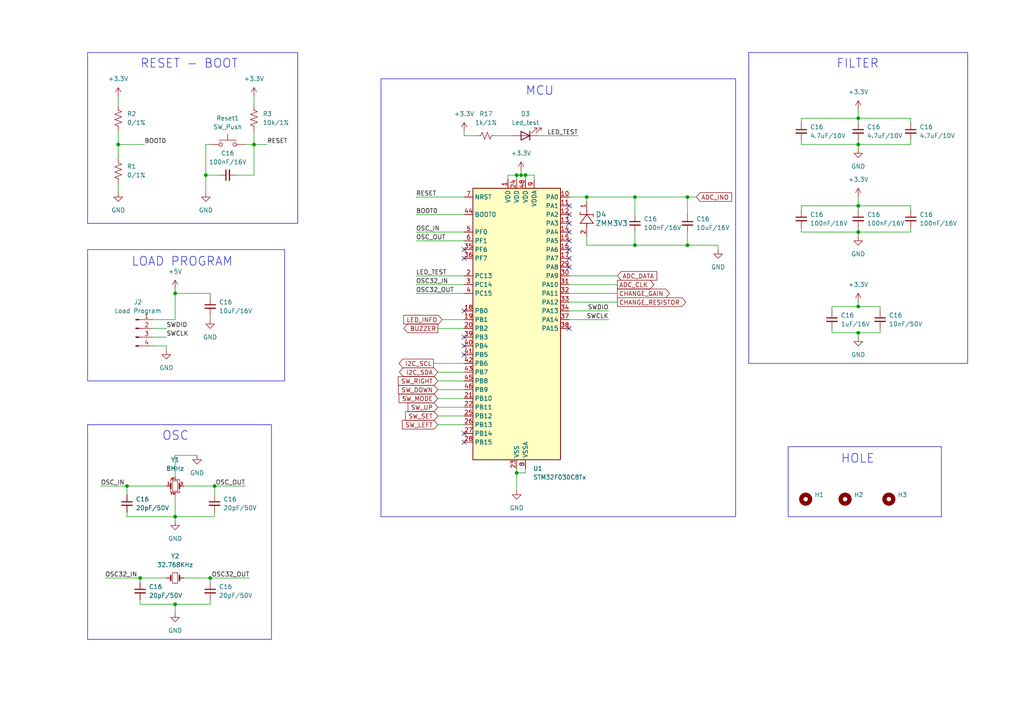
<source format=kicad_sch>
(kicad_sch (version 20230121) (generator eeschema)
  (paper "A4")
  (title_block (title "MCU") (date "2023-12-10"))
  (lib_symbols
    (symbol "Connector:Conn_01x04_Pin" (pin_names (offset 1.016) hide)
      (property "Reference" "J" (at 0 5.08 0))
      (property "Value" "Conn_01x04_Pin" (at 0 -7.62 0))
      (symbol "Conn_01x04_Pin_1_1"
        (polyline (pts (xy 1.27 -5.08) (xy 0.8636 -5.08)) (stroke (width 0.1524)))
        (polyline (pts (xy 1.27 -2.54) (xy 0.8636 -2.54)) (stroke (width 0.1524)))
        (polyline (pts (xy 1.27 0) (xy 0.8636 0)) (stroke (width 0.1524)))
        (polyline (pts (xy 1.27 2.54) (xy 0.8636 2.54)) (stroke (width 0.1524)))
        (rectangle (start 0.8636 -4.953) (end 0 -5.207) (stroke (width 0.1524)) (fill (type outline)))
        (rectangle (start 0.8636 -2.413) (end 0 -2.667) (stroke (width 0.1524)) (fill (type outline)))
        (rectangle (start 0.8636 0.127) (end 0 -0.127) (stroke (width 0.1524)) (fill (type outline)))
        (rectangle (start 0.8636 2.667) (end 0 2.413) (stroke (width 0.1524)) (fill (type outline)))
        (pin passive line (at 5.08 2.54 180) (length 3.81) (name "Pin_1") (number "1"))
        (pin passive line (at 5.08 0 180) (length 3.81) (name "Pin_2") (number "2"))
        (pin passive line (at 5.08 -2.54 180) (length 3.81) (name "Pin_3") (number "3"))
        (pin passive line (at 5.08 -5.08 180) (length 3.81) (name "Pin_4") (number "4"))
      )
    )
    (symbol "Device:C_Small" (pin_numbers hide) (pin_names (offset 0.254) hide)
      (property "Reference" "C" (at 0.254 1.778 0))
      (property "Value" "C_Small" (at 0.254 -2.032 0))
      (symbol "C_Small_0_1"
        (polyline (pts (xy -1.524 -0.508) (xy 1.524 -0.508)) (stroke (width 0.3302)))
        (polyline (pts (xy -1.524 0.508) (xy 1.524 0.508)) (stroke (width 0.3048)))
      )
      (symbol "C_Small_1_1"
        (pin passive line (at 0 2.54 270) (length 2.032) (name "~") (number "1"))
        (pin passive line (at 0 -2.54 90) (length 2.032) (name "~") (number "2"))
      )
    )
    (symbol "Device:Crystal_GND24_Small" (pin_names (offset 1.016) hide)
      (property "Reference" "Y" (at 1.27 4.445 0))
      (property "Value" "Crystal_GND24_Small" (at 1.27 2.54 0))
      (symbol "Crystal_GND24_Small_0_1"
        (rectangle (start -0.762 -1.524) (end 0.762 1.524))
        (polyline (pts (xy -1.27 -0.762) (xy -1.27 0.762)) (stroke (width 0.381)))
        (polyline (pts (xy 1.27 -0.762) (xy 1.27 0.762)) (stroke (width 0.381)))
        (polyline (pts (xy -1.27 -1.27) (xy -1.27 -1.905) (xy 1.27 -1.905) (xy 1.27 -1.27)))
        (polyline (pts (xy -1.27 1.27) (xy -1.27 1.905) (xy 1.27 1.905) (xy 1.27 1.27)))
      )
      (symbol "Crystal_GND24_Small_1_1"
        (pin passive line (at -2.54 0 0) (length 1.27) (name "1") (number "1"))
        (pin passive line (at 0 -2.54 90) (length 0.635) (name "2") (number "2"))
        (pin passive line (at 2.54 0 180) (length 1.27) (name "3") (number "3"))
        (pin passive line (at 0 2.54 270) (length 0.635) (name "4") (number "4"))
      )
    )
    (symbol "Device:Crystal_Small" (pin_numbers hide) (pin_names (offset 1.016) hide)
      (property "Reference" "Y" (at 0 2.54 0))
      (property "Value" "Crystal_Small" (at 0 -2.54 0))
      (symbol "Crystal_Small_0_1"
        (rectangle (start -0.762 -1.524) (end 0.762 1.524))
        (polyline (pts (xy -1.27 -0.762) (xy -1.27 0.762)) (stroke (width 0.381)))
        (polyline (pts (xy 1.27 -0.762) (xy 1.27 0.762)) (stroke (width 0.381)))
      )
      (symbol "Crystal_Small_1_1"
        (pin passive line (at -2.54 0 0) (length 1.27) (name "1") (number "1"))
        (pin passive line (at 2.54 0 180) (length 1.27) (name "2") (number "2"))
      )
    )
    (symbol "Device:LED" (pin_numbers hide) (pin_names (offset 1.016) hide)
      (property "Reference" "D" (at 0 2.54 0))
      (property "Value" "LED" (at 0 -2.54 0))
      (symbol "LED_0_1"
        (polyline (pts (xy -1.27 -1.27) (xy -1.27 1.27)) (stroke (width 0.254)))
        (polyline (pts (xy -1.27 0) (xy 1.27 0)))
        (polyline (pts (xy 1.27 -1.27) (xy 1.27 1.27) (xy -1.27 0) (xy 1.27 -1.27)) (stroke (width 0.254)))
        (polyline (pts (xy -3.048 -0.762) (xy -4.572 -2.286) (xy -3.81 -2.286) (xy -4.572 -2.286) (xy -4.572 -1.524)))
        (polyline (pts (xy -1.778 -0.762) (xy -3.302 -2.286) (xy -2.54 -2.286) (xy -3.302 -2.286) (xy -3.302 -1.524)))
      )
      (symbol "LED_1_1"
        (pin passive line (at -3.81 0 0) (length 2.54) (name "K") (number "1"))
        (pin passive line (at 3.81 0 180) (length 2.54) (name "A") (number "2"))
      )
    )
    (symbol "Device:R_Small_US" (pin_numbers hide) (pin_names (offset 0.254) hide)
      (property "Reference" "R" (at 0.762 0.508 0))
      (property "Value" "R_Small_US" (at 0.762 -1.016 0))
      (symbol "R_Small_US_1_1"
        (polyline (pts (xy 0 0) (xy 1.016 -0.381) (xy 0 -0.762) (xy -1.016 -1.143) (xy 0 -1.524)))
        (polyline (pts (xy 0 1.524) (xy 1.016 1.143) (xy 0 0.762) (xy -1.016 0.381) (xy 0 0)))
        (pin passive line (at 0 2.54 270) (length 1.016) (name "~") (number "1"))
        (pin passive line (at 0 -2.54 90) (length 1.016) (name "~") (number "2"))
      )
    )
    (symbol "Device:R_US" (pin_numbers hide) (pin_names (offset 0))
      (property "Reference" "R" (at 2.54 0 90))
      (property "Value" "R_US" (at -2.54 0 90))
      (symbol "R_US_0_1"
        (polyline (pts (xy 0 -2.286) (xy 0 -2.54)))
        (polyline (pts (xy 0 2.286) (xy 0 2.54)))
        (polyline (pts (xy 0 -0.762) (xy 1.016 -1.143) (xy 0 -1.524) (xy -1.016 -1.905) (xy 0 -2.286)))
        (polyline (pts (xy 0 0.762) (xy 1.016 0.381) (xy 0 0) (xy -1.016 -0.381) (xy 0 -0.762)))
        (polyline (pts (xy 0 2.286) (xy 1.016 1.905) (xy 0 1.524) (xy -1.016 1.143) (xy 0 0.762)))
      )
      (symbol "R_US_1_1"
        (pin passive line (at 0 3.81 270) (length 1.27) (name "~") (number "1"))
        (pin passive line (at 0 -3.81 90) (length 1.27) (name "~") (number "2"))
      )
    )
    (symbol "MCU_ST_STM32F0:STM32F030C8Tx"
      (property "Reference" "U" (at -12.7 41.91 0))
      (property "Value" "STM32F030C8Tx" (at 7.62 41.91 0))
      (symbol "STM32F030C8Tx_0_1"
        (rectangle (start -12.7 -38.1) (end 12.7 40.64) (stroke (width 0.254)) (fill (type background)))
      )
      (symbol "STM32F030C8Tx_1_1"
        (pin power_in line (at -2.54 43.18 270) (length 2.54) (name "VDD") (number "1"))
        (pin bidirectional line (at 15.24 38.1 180) (length 2.54) (name "PA0") (number "10"))
        (pin bidirectional line (at 15.24 35.56 180) (length 2.54) (name "PA1") (number "11"))
        (pin bidirectional line (at 15.24 33.02 180) (length 2.54) (name "PA2") (number "12"))
        (pin bidirectional line (at 15.24 30.48 180) (length 2.54) (name "PA3") (number "13"))
        (pin bidirectional line (at 15.24 27.94 180) (length 2.54) (name "PA4") (number "14"))
        (pin bidirectional line (at 15.24 25.4 180) (length 2.54) (name "PA5") (number "15"))
        (pin bidirectional line (at 15.24 22.86 180) (length 2.54) (name "PA6") (number "16"))
        (pin bidirectional line (at 15.24 20.32 180) (length 2.54) (name "PA7") (number "17"))
        (pin bidirectional line (at -15.24 5.08 0) (length 2.54) (name "PB0") (number "18"))
        (pin bidirectional line (at -15.24 2.54 0) (length 2.54) (name "PB1") (number "19"))
        (pin bidirectional line (at -15.24 15.24 0) (length 2.54) (name "PC13") (number "2"))
        (pin bidirectional line (at -15.24 0 0) (length 2.54) (name "PB2") (number "20"))
        (pin bidirectional line (at -15.24 -20.32 0) (length 2.54) (name "PB10") (number "21"))
        (pin bidirectional line (at -15.24 -22.86 0) (length 2.54) (name "PB11") (number "22"))
        (pin power_in line (at 0 -40.64 90) (length 2.54) (name "VSS") (number "23"))
        (pin power_in line (at 0 43.18 270) (length 2.54) (name "VDD") (number "24"))
        (pin bidirectional line (at -15.24 -25.4 0) (length 2.54) (name "PB12") (number "25"))
        (pin bidirectional line (at -15.24 -27.94 0) (length 2.54) (name "PB13") (number "26"))
        (pin bidirectional line (at -15.24 -30.48 0) (length 2.54) (name "PB14") (number "27"))
        (pin bidirectional line (at -15.24 -33.02 0) (length 2.54) (name "PB15") (number "28"))
        (pin bidirectional line (at 15.24 17.78 180) (length 2.54) (name "PA8") (number "29"))
        (pin bidirectional line (at -15.24 12.7 0) (length 2.54) (name "PC14") (number "3"))
        (pin bidirectional line (at 15.24 15.24 180) (length 2.54) (name "PA9") (number "30"))
        (pin bidirectional line (at 15.24 12.7 180) (length 2.54) (name "PA10") (number "31"))
        (pin bidirectional line (at 15.24 10.16 180) (length 2.54) (name "PA11") (number "32"))
        (pin bidirectional line (at 15.24 7.62 180) (length 2.54) (name "PA12") (number "33"))
        (pin bidirectional line (at 15.24 5.08 180) (length 2.54) (name "PA13") (number "34"))
        (pin bidirectional line (at -15.24 22.86 0) (length 2.54) (name "PF6") (number "35"))
        (pin bidirectional line (at -15.24 20.32 0) (length 2.54) (name "PF7") (number "36"))
        (pin bidirectional line (at 15.24 2.54 180) (length 2.54) (name "PA14") (number "37"))
        (pin bidirectional line (at 15.24 0 180) (length 2.54) (name "PA15") (number "38"))
        (pin bidirectional line (at -15.24 -2.54 0) (length 2.54) (name "PB3") (number "39"))
        (pin bidirectional line (at -15.24 10.16 0) (length 2.54) (name "PC15") (number "4"))
        (pin bidirectional line (at -15.24 -5.08 0) (length 2.54) (name "PB4") (number "40"))
        (pin bidirectional line (at -15.24 -7.62 0) (length 2.54) (name "PB5") (number "41"))
        (pin bidirectional line (at -15.24 -10.16 0) (length 2.54) (name "PB6") (number "42"))
        (pin bidirectional line (at -15.24 -12.7 0) (length 2.54) (name "PB7") (number "43"))
        (pin input line (at -15.24 33.02 0) (length 2.54) (name "BOOT0") (number "44"))
        (pin bidirectional line (at -15.24 -15.24 0) (length 2.54) (name "PB8") (number "45"))
        (pin bidirectional line (at -15.24 -17.78 0) (length 2.54) (name "PB9") (number "46"))
        (pin passive line (at 0 -40.64 90) (length 2.54) hide (name "VSS") (number "47"))
        (pin power_in line (at 2.54 43.18 270) (length 2.54) (name "VDD") (number "48"))
        (pin bidirectional line (at -15.24 27.94 0) (length 2.54) (name "PF0") (number "5"))
        (pin bidirectional line (at -15.24 25.4 0) (length 2.54) (name "PF1") (number "6"))
        (pin input line (at -15.24 38.1 0) (length 2.54) (name "NRST") (number "7"))
        (pin power_in line (at 2.54 -40.64 90) (length 2.54) (name "VSSA") (number "8"))
        (pin power_in line (at 5.08 43.18 270) (length 2.54) (name "VDDA") (number "9"))
      )
    )
    (symbol "Mechanical:MountingHole" (pin_names (offset 1.016))
      (property "Reference" "H" (at 0 5.08 0))
      (property "Value" "MountingHole" (at 0 3.175 0))
      (symbol "MountingHole_0_1"
        (circle (center 0 0) (radius 1.27) (stroke (width 1.27)))
      )
    )
    (symbol "Switch:SW_Push" (pin_numbers hide) (pin_names (offset 1.016) hide)
      (property "Reference" "SW" (at 1.27 2.54 0))
      (property "Value" "SW_Push" (at 0 -1.524 0))
      (symbol "SW_Push_0_1"
        (circle (center -2.032 0) (radius 0.508))
        (polyline (pts (xy 0 1.27) (xy 0 3.048)))
        (polyline (pts (xy 2.54 1.27) (xy -2.54 1.27)))
        (circle (center 2.032 0) (radius 0.508))
        (pin passive line (at -5.08 0 0) (length 2.54) (name "1") (number "1"))
        (pin passive line (at 5.08 0 180) (length 2.54) (name "2") (number "2"))
      )
    )
    (symbol "ZMM3V9_3V3:ZMM3V9" (pin_names (offset 0.254))
      (property "Reference" "D" (at 5.08 4.445 0))
      (property "Value" "ZMM3VX" (at 5.08 -3.81 0))
      (symbol "ZMM3V9_0_1"
        (polyline (pts (xy 2.54 0) (xy 3.4798 0)) (stroke (width 0.2032)))
        (polyline (pts (xy 3.175 0) (xy 3.81 0)) (stroke (width 0.2032)))
        (polyline (pts (xy 3.81 -1.905) (xy 6.35 0)) (stroke (width 0.2032)))
        (polyline (pts (xy 3.81 1.905) (xy 3.81 -1.905)) (stroke (width 0.2032)))
        (polyline (pts (xy 6.35 -1.905) (xy 5.715 -1.905)) (stroke (width 0.2032)))
        (polyline (pts (xy 6.35 -1.905) (xy 6.35 1.905)) (stroke (width 0.2032)))
        (polyline (pts (xy 6.35 0) (xy 3.81 1.905)) (stroke (width 0.2032)))
        (polyline (pts (xy 6.35 0) (xy 7.62 0)) (stroke (width 0.2032)))
        (polyline (pts (xy 6.35 1.905) (xy 6.985 1.905)) (stroke (width 0.2032)))
        (pin unspecified line (at 10.16 0 180) (length 2.54) (name "") (number "1"))
        (pin unspecified line (at 0 0 0) (length 2.54) (name "") (number "2"))
      )
    )
    (symbol "power:+3.3V" (power) (pin_names (offset 0))
      (property "Value" "+3.3V" (at 0 3.556 0))
      (symbol "+3.3V_0_1"
        (polyline (pts (xy -0.762 1.27) (xy 0 2.54)))
        (polyline (pts (xy 0 0) (xy 0 2.54)))
        (polyline (pts (xy 0 2.54) (xy 0.762 1.27)))
      )
      (symbol "+3.3V_1_1"
        (pin power_in line (at 0 0 90) (length 0) hide (name "+3.3V") (number "1"))
      )
    )
    (symbol "power:+5V" (power) (pin_names (offset 0))
      (property "Value" "+5V" (at 0 3.556 0))
      (symbol "+5V_0_1"
        (polyline (pts (xy -0.762 1.27) (xy 0 2.54)))
        (polyline (pts (xy 0 0) (xy 0 2.54)))
        (polyline (pts (xy 0 2.54) (xy 0.762 1.27)))
      )
      (symbol "+5V_1_1"
        (pin power_in line (at 0 0 90) (length 0) hide (name "+5V") (number "1"))
      )
    )
    (symbol "power:GND" (power) (pin_names (offset 0))
      (property "Value" "GND" (at 0 -3.81 0))
      (symbol "GND_0_1"
        (polyline (pts (xy 0 0) (xy 0 -1.27) (xy 1.27 -1.27) (xy 0 -2.54) (xy -1.27 -1.27) (xy 0 -1.27)))
      )
      (symbol "GND_1_1"
        (pin power_in line (at 0 0 270) (length 0) hide (name "GND") (number "1"))
      )
    )
  )
  (junction (at 59.69 50.8))
  (junction (at 50.8 175.26))
  (junction (at 73.66 41.91))
  (junction (at 184.15 71.12))
  (junction (at 248.92 67.31))
  (junction (at 199.39 57.15))
  (junction (at 60.96 167.64))
  (junction (at 248.92 59.69))
  (junction (at 248.92 88.9))
  (junction (at 50.8 149.86))
  (junction (at 152.4 50.8))
  (junction (at 149.86 137.16))
  (junction (at 40.64 167.64))
  (junction (at 34.29 41.91))
  (junction (at 199.39 71.12))
  (junction (at 62.23 140.97))
  (junction (at 36.83 140.97))
  (junction (at 248.92 96.52))
  (junction (at 248.92 41.91))
  (junction (at 248.92 34.29))
  (junction (at 170.18 57.15))
  (junction (at 151.13 50.8))
  (junction (at 50.8 85.09))
  (junction (at 149.86 50.8))
  (junction (at 184.15 57.15))
  (no_connect (at 165.1 95.25))
  (no_connect (at 134.62 125.73))
  (no_connect (at 165.1 64.77))
  (no_connect (at 134.62 97.79))
  (no_connect (at 165.1 74.93))
  (no_connect (at 134.62 90.17))
  (no_connect (at 165.1 62.23))
  (no_connect (at 134.62 74.93))
  (no_connect (at 165.1 59.69))
  (no_connect (at 134.62 100.33))
  (no_connect (at 134.62 102.87))
  (no_connect (at 165.1 72.39))
  (no_connect (at 165.1 77.47))
  (no_connect (at 134.62 72.39))
  (no_connect (at 165.1 67.31))
  (no_connect (at 165.1 69.85))
  (no_connect (at 134.62 128.27))
  (wire (pts (xy 48.26 100.33) (xy 44.45 100.33)))
  (wire (pts (xy 248.92 87.63) (xy 248.92 88.9)))
  (wire (pts (xy 127 118.11) (xy 134.62 118.11)))
  (wire (pts (xy 165.1 80.01) (xy 179.07 80.01)))
  (wire (pts (xy 134.62 39.37) (xy 138.43 39.37)))
  (wire (pts (xy 120.65 67.31) (xy 134.62 67.31)))
  (wire (pts (xy 60.96 167.64) (xy 60.96 168.91)))
  (wire (pts (xy 73.66 27.94) (xy 73.66 30.48)))
  (wire (pts (xy 127 113.03) (xy 134.62 113.03)))
  (wire (pts (xy 34.29 41.91) (xy 34.29 45.72)))
  (wire (pts (xy 120.65 57.15) (xy 134.62 57.15)))
  (wire (pts (xy 73.66 41.91) (xy 77.47 41.91)))
  (wire (pts (xy 60.96 86.36) (xy 60.96 85.09)))
  (wire (pts (xy 248.92 41.91) (xy 248.92 43.18)))
  (wire (pts (xy 50.8 143.51) (xy 50.8 149.86)))
  (wire (pts (xy 248.92 67.31) (xy 248.92 68.58)))
  (wire (pts (xy 36.83 148.59) (xy 36.83 149.86)))
  (wire (pts (xy 73.66 50.8) (xy 73.66 41.91)))
  (wire (pts (xy 248.92 31.75) (xy 248.92 34.29)))
  (wire (pts (xy 50.8 175.26) (xy 60.96 175.26)))
  (wire (pts (xy 165.1 87.63) (xy 179.07 87.63)))
  (wire (pts (xy 232.41 66.04) (xy 232.41 67.31)))
  (wire (pts (xy 241.3 95.25) (xy 241.3 96.52)))
  (wire (pts (xy 184.15 67.31) (xy 184.15 71.12)))
  (wire (pts (xy 232.41 67.31) (xy 248.92 67.31)))
  (wire (pts (xy 127 115.57) (xy 134.62 115.57)))
  (wire (pts (xy 184.15 57.15) (xy 199.39 57.15)))
  (wire (pts (xy 120.65 69.85) (xy 134.62 69.85)))
  (wire (pts (xy 248.92 96.52) (xy 248.92 97.79)))
  (wire (pts (xy 264.16 34.29) (xy 264.16 35.56)))
  (wire (pts (xy 127 95.25) (xy 134.62 95.25)))
  (wire (pts (xy 60.96 175.26) (xy 60.96 173.99)))
  (wire (pts (xy 40.64 173.99) (xy 40.64 175.26)))
  (wire (pts (xy 68.58 50.8) (xy 73.66 50.8)))
  (wire (pts (xy 241.3 88.9) (xy 248.92 88.9)))
  (wire (pts (xy 232.41 35.56) (xy 232.41 34.29)))
  (wire (pts (xy 50.8 83.82) (xy 50.8 85.09)))
  (wire (pts (xy 34.29 27.94) (xy 34.29 30.48)))
  (wire (pts (xy 149.86 50.8) (xy 149.86 52.07)))
  (wire (pts (xy 255.27 95.25) (xy 255.27 96.52)))
  (wire (pts (xy 248.92 59.69) (xy 248.92 60.96)))
  (wire (pts (xy 120.65 82.55) (xy 134.62 82.55)))
  (wire (pts (xy 147.32 52.07) (xy 147.32 50.8)))
  (wire (pts (xy 232.41 34.29) (xy 248.92 34.29)))
  (wire (pts (xy 152.4 137.16) (xy 149.86 137.16)))
  (wire (pts (xy 149.86 50.8) (xy 151.13 50.8)))
  (wire (pts (xy 170.18 71.12) (xy 184.15 71.12)))
  (wire (pts (xy 184.15 71.12) (xy 199.39 71.12)))
  (wire (pts (xy 62.23 140.97) (xy 62.23 143.51)))
  (wire (pts (xy 248.92 96.52) (xy 255.27 96.52)))
  (wire (pts (xy 147.32 50.8) (xy 149.86 50.8)))
  (wire (pts (xy 248.92 57.15) (xy 248.92 59.69)))
  (wire (pts (xy 50.8 138.43) (xy 50.8 132.08)))
  (wire (pts (xy 30.48 167.64) (xy 40.64 167.64)))
  (wire (pts (xy 165.1 57.15) (xy 170.18 57.15)))
  (wire (pts (xy 120.65 85.09) (xy 134.62 85.09)))
  (wire (pts (xy 71.12 41.91) (xy 73.66 41.91)))
  (wire (pts (xy 241.3 90.17) (xy 241.3 88.9)))
  (wire (pts (xy 127 110.49) (xy 134.62 110.49)))
  (wire (pts (xy 151.13 49.53) (xy 151.13 50.8)))
  (wire (pts (xy 232.41 59.69) (xy 248.92 59.69)))
  (wire (pts (xy 128.27 92.71) (xy 134.62 92.71)))
  (wire (pts (xy 44.45 95.25) (xy 48.26 95.25)))
  (wire (pts (xy 170.18 57.15) (xy 184.15 57.15)))
  (wire (pts (xy 59.69 50.8) (xy 59.69 41.91)))
  (wire (pts (xy 199.39 67.31) (xy 199.39 71.12)))
  (wire (pts (xy 248.92 34.29) (xy 264.16 34.29)))
  (wire (pts (xy 199.39 57.15) (xy 199.39 62.23)))
  (wire (pts (xy 184.15 57.15) (xy 184.15 62.23)))
  (wire (pts (xy 40.64 175.26) (xy 50.8 175.26)))
  (wire (pts (xy 50.8 85.09) (xy 60.96 85.09)))
  (wire (pts (xy 232.41 41.91) (xy 248.92 41.91)))
  (wire (pts (xy 48.26 101.6) (xy 48.26 100.33)))
  (wire (pts (xy 248.92 34.29) (xy 248.92 35.56)))
  (wire (pts (xy 120.65 80.01) (xy 134.62 80.01)))
  (wire (pts (xy 53.34 167.64) (xy 60.96 167.64)))
  (wire (pts (xy 29.21 140.97) (xy 36.83 140.97)))
  (wire (pts (xy 62.23 149.86) (xy 50.8 149.86)))
  (wire (pts (xy 165.1 92.71) (xy 176.53 92.71)))
  (wire (pts (xy 151.13 50.8) (xy 152.4 50.8)))
  (wire (pts (xy 232.41 60.96) (xy 232.41 59.69)))
  (wire (pts (xy 170.18 68.58) (xy 170.18 71.12)))
  (wire (pts (xy 59.69 55.88) (xy 59.69 50.8)))
  (wire (pts (xy 149.86 135.89) (xy 149.86 137.16)))
  (wire (pts (xy 208.28 71.12) (xy 208.28 72.39)))
  (wire (pts (xy 50.8 149.86) (xy 50.8 151.13)))
  (wire (pts (xy 152.4 50.8) (xy 152.4 52.07)))
  (wire (pts (xy 152.4 135.89) (xy 152.4 137.16)))
  (wire (pts (xy 44.45 97.79) (xy 48.26 97.79)))
  (wire (pts (xy 50.8 132.08) (xy 57.15 132.08)))
  (wire (pts (xy 40.64 168.91) (xy 40.64 167.64)))
  (wire (pts (xy 34.29 38.1) (xy 34.29 41.91)))
  (wire (pts (xy 127 120.65) (xy 134.62 120.65)))
  (wire (pts (xy 167.64 39.37) (xy 156.21 39.37)))
  (wire (pts (xy 120.65 62.23) (xy 134.62 62.23)))
  (wire (pts (xy 60.96 91.44) (xy 60.96 92.71)))
  (wire (pts (xy 208.28 71.12) (xy 199.39 71.12)))
  (wire (pts (xy 152.4 50.8) (xy 154.94 50.8)))
  (wire (pts (xy 248.92 66.04) (xy 248.92 67.31)))
  (wire (pts (xy 50.8 85.09) (xy 50.8 92.71)))
  (wire (pts (xy 165.1 82.55) (xy 179.07 82.55)))
  (wire (pts (xy 264.16 41.91) (xy 264.16 40.64)))
  (wire (pts (xy 40.64 167.64) (xy 48.26 167.64)))
  (wire (pts (xy 71.12 140.97) (xy 62.23 140.97)))
  (wire (pts (xy 264.16 59.69) (xy 264.16 60.96)))
  (wire (pts (xy 248.92 88.9) (xy 255.27 88.9)))
  (wire (pts (xy 59.69 50.8) (xy 63.5 50.8)))
  (wire (pts (xy 149.86 137.16) (xy 149.86 142.24)))
  (wire (pts (xy 165.1 85.09) (xy 179.07 85.09)))
  (wire (pts (xy 241.3 96.52) (xy 248.92 96.52)))
  (wire (pts (xy 248.92 59.69) (xy 264.16 59.69)))
  (wire (pts (xy 73.66 38.1) (xy 73.66 41.91)))
  (wire (pts (xy 248.92 40.64) (xy 248.92 41.91)))
  (wire (pts (xy 125.73 105.41) (xy 134.62 105.41)))
  (wire (pts (xy 36.83 149.86) (xy 50.8 149.86)))
  (wire (pts (xy 154.94 50.8) (xy 154.94 52.07)))
  (wire (pts (xy 143.51 39.37) (xy 148.59 39.37)))
  (wire (pts (xy 134.62 38.1) (xy 134.62 39.37)))
  (wire (pts (xy 36.83 143.51) (xy 36.83 140.97)))
  (wire (pts (xy 34.29 53.34) (xy 34.29 55.88)))
  (wire (pts (xy 248.92 67.31) (xy 264.16 67.31)))
  (wire (pts (xy 170.18 58.42) (xy 170.18 57.15)))
  (wire (pts (xy 127 123.19) (xy 134.62 123.19)))
  (wire (pts (xy 264.16 67.31) (xy 264.16 66.04)))
  (wire (pts (xy 199.39 57.15) (xy 201.93 57.15)))
  (wire (pts (xy 72.39 167.64) (xy 60.96 167.64)))
  (wire (pts (xy 36.83 140.97) (xy 48.26 140.97)))
  (wire (pts (xy 50.8 175.26) (xy 50.8 177.8)))
  (wire (pts (xy 53.34 140.97) (xy 62.23 140.97)))
  (wire (pts (xy 248.92 41.91) (xy 264.16 41.91)))
  (wire (pts (xy 59.69 41.91) (xy 60.96 41.91)))
  (wire (pts (xy 127 107.95) (xy 134.62 107.95)))
  (wire (pts (xy 50.8 92.71) (xy 44.45 92.71)))
  (wire (pts (xy 62.23 148.59) (xy 62.23 149.86)))
  (wire (pts (xy 165.1 90.17) (xy 176.53 90.17)))
  (wire (pts (xy 232.41 40.64) (xy 232.41 41.91)))
  (wire (pts (xy 34.29 41.91) (xy 41.91 41.91)))
  (wire (pts (xy 255.27 88.9) (xy 255.27 90.17)))
  (rectangle (start 25.4 123.19) (end 78.74 185.42))
  (rectangle (start 110.49 22.86) (end 213.36 149.86))
  (rectangle (start 25.4 72.39) (end 82.55 110.49))
  (rectangle (start 217.17 15.24) (end 280.67 105.41))
  (rectangle (start 228.6 129.54) (end 273.05 149.86))
  (rectangle (start 25.4 15.24) (end 86.36 64.77))
  (text "RESET - BOOT\n\n" (at 40.64 24.13 0) (effects (font (size 2.54 2.54)) (justify left bottom)))
  (text "FILTER\n\n" (at 242.57 24.13 0) (effects (font (size 2.54 2.54)) (justify left bottom)))
  (text "MCU\n" (at 152.4 27.94 0) (effects (font (size 2.54 2.54)) (justify left bottom)))
  (text "HOLE" (at 243.84 134.62 0) (effects (font (size 2.54 2.54)) (justify left bottom)))
  (text "LOAD PROGRAM" (at 38.1 77.47 0) (effects (font (size 2.54 2.54)) (justify left bottom)))
  (text "OSC\n\n" (at 46.99 132.08 0) (effects (font (size 2.54 2.54)) (justify left bottom)))
  (label "LED_TEST" (at 167.64 39.37 180))
  (label "OSC32_OUT" (at 120.65 85.09 0))
  (label "OSC_OUT" (at 71.12 140.97 180))
  (label "SWCLK" (at 176.53 92.71 180))
  (label "BOOT0" (at 41.91 41.91 0))
  (label "RESET" (at 120.65 57.15 0))
  (label "RESET" (at 77.47 41.91 0))
  (label "BOOT0" (at 120.65 62.23 0))
  (label "SWCLK" (at 48.26 97.79 0))
  (label "OSC_OUT" (at 120.65 69.85 0))
  (label "SWDIO" (at 176.53 90.17 180))
  (label "OSC32_IN" (at 30.48 167.64 0))
  (label "SWDIO" (at 48.26 95.25 0))
  (label "OSC32_OUT" (at 72.39 167.64 180))
  (label "OSC_IN" (at 29.21 140.97 0))
  (label "OSC_IN" (at 120.65 67.31 0))
  (label "LED_TEST" (at 120.65 80.01 0))
  (label "OSC32_IN" (at 120.65 82.55 0))
  (global_label "I2C_SCL" (shape output) (at 125.73 105.41 180) (property "Intersheetrefs" "${INTERSHEET_REFS}" (effects hide)))
  (global_label "ADC_DATA" (shape input) (at 179.07 80.01 0) (property "Intersheetrefs" "${INTERSHEET_REFS}" (effects hide)))
  (global_label "I2C_SDA" (shape bidirectional) (at 127 107.95 180) (property "Intersheetrefs" "${INTERSHEET_REFS}" (effects hide)))
  (global_label "LED_INFO" (shape input) (at 128.27 92.71 180) (property "Intersheetrefs" "${INTERSHEET_REFS}" (effects hide)))
  (global_label "SW_MODE" (shape input) (at 127 115.57 180) (property "Intersheetrefs" "${INTERSHEET_REFS}" (effects hide)))
  (global_label "CHANGE_RESISTOR" (shape output) (at 179.07 87.63 0) (property "Intersheetrefs" "${INTERSHEET_REFS}" (effects hide)))
  (global_label "ADC_CLK" (shape output) (at 179.07 82.55 0) (property "Intersheetrefs" "${INTERSHEET_REFS}" (effects hide)))
  (global_label "SW_SET" (shape input) (at 127 120.65 180) (property "Intersheetrefs" "${INTERSHEET_REFS}" (effects hide)))
  (global_label "CHANGE_GAIN" (shape output) (at 179.07 85.09 0) (property "Intersheetrefs" "${INTERSHEET_REFS}" (effects hide)))
  (global_label "BUZZER" (shape output) (at 127 95.25 180) (property "Intersheetrefs" "${INTERSHEET_REFS}" (effects hide)))
  (global_label "ADC_INO" (shape input) (at 201.93 57.15 0) (property "Intersheetrefs" "${INTERSHEET_REFS}" (effects hide)))
  (global_label "SW_DOWN" (shape input) (at 127 113.03 180) (property "Intersheetrefs" "${INTERSHEET_REFS}" (effects hide)))
  (global_label "SW_RIGHT" (shape input) (at 127 110.49 180) (property "Intersheetrefs" "${INTERSHEET_REFS}" (effects hide)))
  (global_label "SW_UP" (shape input) (at 127 118.11 180) (property "Intersheetrefs" "${INTERSHEET_REFS}" (effects hide)))
  (global_label "SW_LEFT" (shape input) (at 127 123.19 180) (property "Intersheetrefs" "${INTERSHEET_REFS}" (effects hide)))
  (symbol (lib_id "Device:C_Small") (at 248.92 38.1 0) (unit 1)
    (property "Reference" "C16" (at 251.46 36.8363 0) (effects (justify left)))
    (property "Value" "4.7uF/10V" (at 251.46 39.3763 0) (effects (justify left)))
    (property "Footprint" "Capacitor_SMD:C_0603_1608Metric_Pad1.08x0.95mm_HandSolder" (effects hide))
    (property "URL" "https://www.thegioiic.com/tu-gom-0603-4-7uf-10v" (effects hide))
    (instances (project "Brightness_Meter" (path "" (reference "C16") (unit 1)) (path "" (reference "C20") (unit 1))))
  )
  (symbol (lib_id "Device:R_Small_US") (at 140.97 39.37 90) (unit 1)
    (property "Reference" "R17" (at 140.97 33.02 90))
    (property "Value" "1k/1%" (at 140.97 35.56 90))
    (property "Footprint" "Resistor_SMD:R_0603_1608Metric_Pad0.98x0.95mm_HandSolder" (effects hide))
    (property "URL" "https://www.thegioiic.com/dien-tro-1-kohm-0603-1-" (effects hide))
    (instances (project "Brightness_Meter" (path "" (reference "R17") (unit 1)) (path "" (reference "R20") (unit 1))))
  )
  (symbol (lib_id "Connector:Conn_01x04_Pin") (at 39.37 95.25 0) (unit 1)
    (property "Reference" "J2" (at 40.005 87.63 0))
    (property "Value" "Load Program" (at 40.005 90.17 0))
    (property "Footprint" "Connector_PinHeader_2.54mm:PinHeader_1x04_P2.54mm_Vertical" (effects hide))
  )
  (symbol (lib_id "power:+3.3V") (at 151.13 49.53 0) (unit 1)
    (property "Reference" "#PWR045" (effects hide))
    (property "Value" "+3.3V" (at 151.13 44.45 0))
  )
  (symbol (lib_id "power:GND") (at 57.15 132.08 0) (unit 1)
    (property "Reference" "#PWR038" (effects hide))
    (property "Value" "GND" (at 57.15 137.16 0))
  )
  (symbol (lib_id "power:GND") (at 248.92 97.79 0) (unit 1)
    (property "Reference" "#PWR041" (effects hide))
    (property "Value" "GND" (at 248.92 102.87 0))
  )
  (symbol (lib_id "Device:C_Small") (at 60.96 171.45 0) (unit 1)
    (property "Reference" "C16" (at 63.5 170.1863 0) (effects (justify left)))
    (property "Value" "20pF/50V" (at 63.5 172.7263 0) (effects (justify left)))
    (property "Footprint" "Capacitor_SMD:C_0603_1608Metric_Pad1.08x0.95mm_HandSolder" (effects hide))
    (property "URL" "https://www.thegioiic.com/tu-gom-0603-20pf-50v" (effects hide))
    (instances (project "Brightness_Meter" (path "" (reference "C16") (unit 1)) (path "" (reference "C29") (unit 1))))
  )
  (symbol (lib_id "power:+5V") (at 50.8 83.82 0) (unit 1)
    (property "Reference" "#PWR046" (effects hide))
    (property "Value" "+5V" (at 50.8 78.74 0))
  )
  (symbol (lib_id "Device:C_Small") (at 232.41 38.1 0) (unit 1)
    (property "Reference" "C16" (at 234.95 36.8363 0) (effects (justify left)))
    (property "Value" "4.7uF/10V" (at 234.95 39.3763 0) (effects (justify left)))
    (property "Footprint" "Capacitor_SMD:C_0603_1608Metric_Pad1.08x0.95mm_HandSolder" (effects hide))
    (property "URL" "https://www.thegioiic.com/tu-gom-0603-4-7uf-10v" (effects hide))
    (instances (project "Brightness_Meter" (path "" (reference "C16") (unit 1)) (path "" (reference "C18") (unit 1))))
  )
  (symbol (lib_id "Device:R_US") (at 34.29 34.29 0) (unit 1)
    (property "Reference" "R2" (at 36.83 33.02 0) (effects (justify left)))
    (property "Value" "0/1%" (at 36.83 35.56 0) (effects (justify left)))
    (property "Footprint" "Resistor_SMD:R_0603_1608Metric_Pad0.98x0.95mm_HandSolder" (effects hide))
    (property "URL" "https://www.thegioiic.com/dien-tro-0-ohm-0603-1-" (effects hide))
  )
  (symbol (lib_id "Device:C_Small") (at 264.16 38.1 0) (unit 1)
    (property "Reference" "C16" (at 266.7 36.8363 0) (effects (justify left)))
    (property "Value" "4.7uF/10V" (at 266.7 39.3763 0) (effects (justify left)))
    (property "Footprint" "Capacitor_SMD:C_0603_1608Metric_Pad1.08x0.95mm_HandSolder" (effects hide))
    (property "URL" "https://www.thegioiic.com/tu-gom-0603-4-7uf-10v" (effects hide))
    (instances (project "Brightness_Meter" (path "" (reference "C16") (unit 1)) (path "" (reference "C22") (unit 1))))
  )
  (symbol (lib_id "power:GND") (at 208.28 72.39 0) (unit 1)
    (property "Reference" "#PWR066" (effects hide))
    (property "Value" "GND" (at 208.28 77.47 0))
  )
  (symbol (lib_id "Device:C_Small") (at 248.92 63.5 0) (unit 1)
    (property "Reference" "C16" (at 251.46 62.2363 0) (effects (justify left)))
    (property "Value" "100nF/16V" (at 251.46 64.7763 0) (effects (justify left)))
    (property "Footprint" "Capacitor_SMD:C_0603_1608Metric_Pad1.08x0.95mm_HandSolder" (effects hide))
    (property "URL" "https://www.thegioiic.com/tu-gom-0603-100nf-0-1uf-16v" (effects hide))
    (instances (project "Brightness_Meter" (path "" (reference "C16") (unit 1)) (path "" (reference "C21") (unit 1))))
  )
  (symbol (lib_id "MCU_ST_STM32F0:STM32F030C8Tx") (at 149.86 95.25 0) (unit 1)
    (property "Reference" "U1" (at 154.5941 135.89 0) (effects (justify left)))
    (property "Value" "STM32F030C8Tx" (at 154.5941 138.43 0) (effects (justify left)))
    (property "Footprint" "Package_QFP:LQFP-48_7x7mm_P0.5mm" (effects hide))
    (property "Datasheet" "https://www.st.com/resource/en/datasheet/stm32f030c8.pdf" (effects hide))
  )
  (symbol (lib_id "power:+3.3V") (at 248.92 57.15 0) (unit 1)
    (property "Reference" "#PWR042" (effects hide))
    (property "Value" "+3.3V" (at 248.92 52.07 0))
  )
  (symbol (lib_id "Device:C_Small") (at 232.41 63.5 0) (unit 1)
    (property "Reference" "C16" (at 234.95 62.2363 0) (effects (justify left)))
    (property "Value" "100nF/16V" (at 234.95 64.7763 0) (effects (justify left)))
    (property "Footprint" "Capacitor_SMD:C_0603_1608Metric_Pad1.08x0.95mm_HandSolder" (effects hide))
    (property "URL" "https://www.thegioiic.com/tu-gom-0603-100nf-0-1uf-16v" (effects hide))
    (instances (project "Brightness_Meter" (path "" (reference "C16") (unit 1)) (path "" (reference "C19") (unit 1))))
  )
  (symbol (lib_id "Device:C_Small") (at 264.16 63.5 0) (unit 1)
    (property "Reference" "C16" (at 266.7 62.2363 0) (effects (justify left)))
    (property "Value" "100nF/16V" (at 266.7 64.7763 0) (effects (justify left)))
    (property "Footprint" "Capacitor_SMD:C_0603_1608Metric_Pad1.08x0.95mm_HandSolder" (effects hide))
    (property "URL" "https://www.thegioiic.com/tu-gom-0603-100nf-0-1uf-16v" (effects hide))
    (instances (project "Brightness_Meter" (path "" (reference "C16") (unit 1)) (path "" (reference "C23") (unit 1))))
  )
  (symbol (lib_id "power:+3.3V") (at 73.66 27.94 0) (unit 1)
    (property "Reference" "#PWR08" (effects hide))
    (property "Value" "+3.3V" (at 73.66 22.86 0))
  )
  (symbol (lib_id "Device:R_US") (at 34.29 49.53 0) (unit 1)
    (property "Reference" "R1" (at 36.83 48.26 0) (effects (justify left)))
    (property "Value" "0/1%" (at 36.83 50.8 0) (effects (justify left)))
    (property "Footprint" "Resistor_SMD:R_0603_1608Metric_Pad0.98x0.95mm_HandSolder" (effects hide))
    (property "URL" "https://www.thegioiic.com/dien-tro-0-ohm-0603-1-" (effects hide))
  )
  (symbol (lib_id "Device:C_Small") (at 241.3 92.71 0) (unit 1)
    (property "Reference" "C16" (at 243.84 91.4463 0) (effects (justify left)))
    (property "Value" "1uF/16V" (at 243.84 93.9863 0) (effects (justify left)))
    (property "Footprint" "Capacitor_SMD:C_0603_1608Metric_Pad1.08x0.95mm_HandSolder" (effects hide))
    (property "URL" "https://www.thegioiic.com/tu-gom-0603-1uf-16v" (effects hide))
    (instances (project "Brightness_Meter" (path "" (reference "C16") (unit 1)) (path "" (reference "C24") (unit 1))))
  )
  (symbol (lib_id "Mechanical:MountingHole") (at 257.81 144.78 0) (unit 1)
    (property "Reference" "H3" (at 260.35 143.51 0) (effects (justify left)))
    (property "Value" "MountingHole" (effects hide))
    (property "Footprint" "MountingHole:MountingHole_3.2mm_M3_DIN965_Pad_TopBottom" (effects hide))
  )
  (symbol (lib_id "power:GND") (at 34.29 55.88 0) (unit 1)
    (property "Reference" "#PWR07" (effects hide))
    (property "Value" "GND" (at 34.29 60.96 0))
  )
  (symbol (lib_id "Device:Crystal_Small") (at 50.8 167.64 0) (unit 1)
    (property "Reference" "Y2" (at 50.8 161.29 0))
    (property "Value" "32.768KHz" (at 50.8 163.83 0))
    (property "Footprint" "Crystal:Crystal_SMD_3215-2Pin_3.2x1.5mm" (effects hide))
    (property "URL" "https://www.thegioiic.com/thach-anh-32-768khz-c3215" (effects hide))
  )
  (symbol (lib_id "power:+3.3V") (at 248.92 87.63 0) (unit 1)
    (property "Reference" "#PWR040" (effects hide))
    (property "Value" "+3.3V" (at 248.92 82.55 0))
  )
  (symbol (lib_id "power:+3.3V") (at 248.92 31.75 0) (unit 1)
    (property "Reference" "#PWR039" (effects hide))
    (property "Value" "+3.3V" (at 248.92 26.67 0))
  )
  (symbol (lib_id "Device:C_Small") (at 184.15 64.77 0) (unit 1)
    (property "Reference" "C16" (at 186.69 63.5063 0) (effects (justify left)))
    (property "Value" "100nF/16V" (at 186.69 66.0463 0) (effects (justify left)))
    (property "Footprint" "Capacitor_SMD:C_0603_1608Metric_Pad1.08x0.95mm_HandSolder" (effects hide))
    (property "URL" "https://www.thegioiic.com/tu-gom-0603-100nf-0-1uf-16v" (effects hide))
    (instances (project "Brightness_Meter" (path "" (reference "C16") (unit 1)) (path "" (reference "C52") (unit 1))))
  )
  (symbol (lib_id "Device:C_Small") (at 62.23 146.05 0) (unit 1)
    (property "Reference" "C16" (at 64.77 144.7863 0) (effects (justify left)))
    (property "Value" "20pF/50V" (at 64.77 147.3263 0) (effects (justify left)))
    (property "Footprint" "Capacitor_SMD:C_0603_1608Metric_Pad1.08x0.95mm_HandSolder" (effects hide))
    (property "URL" "https://www.thegioiic.com/tu-gom-0603-20pf-50v" (effects hide))
    (instances (project "Brightness_Meter" (path "" (reference "C16") (unit 1)) (path "" (reference "C27") (unit 1))))
  )
  (symbol (lib_id "power:GND") (at 59.69 55.88 0) (unit 1)
    (property "Reference" "#PWR09" (effects hide))
    (property "Value" "GND" (at 59.69 60.96 0))
  )
  (symbol (lib_id "power:GND") (at 50.8 177.8 0) (unit 1)
    (property "Reference" "#PWR049" (effects hide))
    (property "Value" "GND" (at 50.8 182.88 0))
  )
  (symbol (lib_id "power:GND") (at 48.26 101.6 0) (unit 1)
    (property "Reference" "#PWR047" (effects hide))
    (property "Value" "GND" (at 48.26 106.68 0))
  )
  (symbol (lib_id "Device:C_Small") (at 255.27 92.71 0) (unit 1)
    (property "Reference" "C16" (at 257.81 91.4463 0) (effects (justify left)))
    (property "Value" "10nF/50V" (at 257.81 93.9863 0) (effects (justify left)))
    (property "Footprint" "Capacitor_SMD:C_0603_1608Metric_Pad1.08x0.95mm_HandSolder" (effects hide))
    (property "URL" "https://www.thegioiic.com/tu-gom-0603-10nf-50v" (effects hide))
    (instances (project "Brightness_Meter" (path "" (reference "C16") (unit 1)) (path "" (reference "C25") (unit 1))))
  )
  (symbol (lib_id "Device:C_Small") (at 60.96 88.9 0) (unit 1)
    (property "Reference" "C16" (at 63.5 87.6363 0) (effects (justify left)))
    (property "Value" "10uF/16V" (at 63.5 90.1763 0) (effects (justify left)))
    (property "Footprint" "Capacitor_SMD:C_0603_1608Metric_Pad1.08x0.95mm_HandSolder" (effects hide))
    (property "URL" "https://www.thegioiic.com/tu-gom-0603-10uf-16v" (effects hide))
    (instances (project "Brightness_Meter" (path "" (reference "C16") (unit 1)) (path "" (reference "C26") (unit 1))))
  )
  (symbol (lib_id "power:+3.3V") (at 34.29 27.94 0) (unit 1)
    (property "Reference" "#PWR06" (effects hide))
    (property "Value" "+3.3V" (at 34.29 22.86 0))
  )
  (symbol (lib_id "power:GND") (at 149.86 142.24 0) (unit 1)
    (property "Reference" "#PWR05" (effects hide))
    (property "Value" "GND" (at 149.86 147.32 0))
  )
  (symbol (lib_id "power:+3.3V") (at 134.62 38.1 0) (unit 1)
    (property "Reference" "#PWR050" (effects hide))
    (property "Value" "+3.3V" (at 134.62 33.02 0))
  )
  (symbol (lib_id "power:GND") (at 60.96 92.71 0) (unit 1)
    (property "Reference" "#PWR048" (effects hide))
    (property "Value" "GND" (at 60.96 97.79 0))
  )
  (symbol (lib_id "ZMM3V9_3V3:ZMM3V9") (at 170.18 68.58 90) (unit 1)
    (property "Reference" "D4" (at 172.72 62.23 90) (effects (font (size 1.524 1.524)) (justify right)))
    (property "Value" "ZMM3V3" (at 172.72 64.77 90) (effects (font (size 1.524 1.524)) (justify right)))
    (property "Footprint" "ZMM3V9_3V3:ZDO_ZMM_3p5x1p45_STM" (effects hide))
    (property "URL" "https://www.thegioiic.com/zmm3v3-diode-zener-3-3v-500mw-smd" (effects hide))
  )
  (symbol (lib_id "Device:C_Small") (at 66.04 50.8 90) (unit 1)
    (property "Reference" "C16" (at 66.0463 44.45 90))
    (property "Value" "100nF/16V" (at 66.0463 46.99 90))
    (property "Footprint" "Capacitor_SMD:C_0603_1608Metric_Pad1.08x0.95mm_HandSolder" (effects hide))
    (property "URL" "https://www.thegioiic.com/tu-gom-0603-100nf-0-1uf-16v" (effects hide))
    (instances (project "Brightness_Meter" (path "" (reference "C16") (unit 1)) (path "" (reference "C50") (unit 1))))
  )
  (symbol (lib_id "Mechanical:MountingHole") (at 245.11 144.78 0) (unit 1)
    (property "Reference" "H2" (at 247.65 143.51 0) (effects (justify left)))
    (property "Value" "MountingHole" (effects hide))
    (property "Footprint" "MountingHole:MountingHole_3.2mm_M3_DIN965_Pad_TopBottom" (effects hide))
  )
  (symbol (lib_id "Device:C_Small") (at 199.39 64.77 0) (unit 1)
    (property "Reference" "C16" (at 201.93 63.5063 0) (effects (justify left)))
    (property "Value" "10uF/16V" (at 201.93 66.0463 0) (effects (justify left)))
    (property "Footprint" "Capacitor_SMD:C_0603_1608Metric_Pad1.08x0.95mm_HandSolder" (effects hide))
    (property "URL" "https://www.thegioiic.com/tu-gom-0603-10uf-16v" (effects hide))
    (instances (project "Brightness_Meter" (path "" (reference "C16") (unit 1)) (path "" (reference "C51") (unit 1))))
  )
  (symbol (lib_id "Mechanical:MountingHole") (at 233.68 144.78 0) (unit 1)
    (property "Reference" "H1" (at 236.22 143.51 0) (effects (justify left)))
    (property "Value" "MountingHole" (effects hide))
    (property "Footprint" "MountingHole:MountingHole_3.2mm_M3_DIN965_Pad_TopBottom" (effects hide))
  )
  (symbol (lib_id "power:GND") (at 248.92 68.58 0) (unit 1)
    (property "Reference" "#PWR043" (effects hide))
    (property "Value" "GND" (at 248.92 73.66 0))
  )
  (symbol (lib_id "Device:LED") (at 152.4 39.37 180) (unit 1)
    (property "Reference" "D3" (at 152.4 33.02 0))
    (property "Value" "Led_test" (at 152.4 35.56 0))
    (property "Footprint" "LED_SMD:LED_0805_2012Metric_Pad1.15x1.40mm_HandSolder" (effects hide))
    (property "URL" "https://www.thegioiic.com/led-xanh-duong-0805-dan-smd-trong-suot-harvatek" (effects hide))
    (instances (project "Brightness_Meter" (path "" (reference "D3") (unit 1)) (path "" (reference "D6") (unit 1))))
  )
  (symbol (lib_id "power:GND") (at 248.92 43.18 0) (unit 1)
    (property "Reference" "#PWR044" (effects hide))
    (property "Value" "GND" (at 248.92 48.26 0))
  )
  (symbol (lib_id "Device:R_US") (at 73.66 34.29 0) (unit 1)
    (property "Reference" "R3" (at 76.2 33.02 0) (effects (justify left)))
    (property "Value" "10k/1%" (at 76.2 35.56 0) (effects (justify left)))
    (property "Footprint" "Resistor_SMD:R_0603_1608Metric_Pad0.98x0.95mm_HandSolder" (effects hide))
    (property "URL" "https://www.thegioiic.com/dien-tro-10-kohm-0603-1-" (effects hide))
  )
  (symbol (lib_id "Switch:SW_Push") (at 66.04 41.91 0) (unit 1)
    (property "Reference" "Reset1" (at 66.04 34.29 0))
    (property "Value" "SW_Push" (at 66.04 36.83 0))
    (property "Footprint" "Button_Switch_SMD:SW_SPST_B3U-1000P" (effects hide))
    (property "URL" "https://www.thegioiic.com/nut-nhan-3x4mm-cao-2-5mm-2-chan-smd" (effects hide))
  )
  (symbol (lib_id "Device:C_Small") (at 40.64 171.45 0) (unit 1)
    (property "Reference" "C16" (at 43.18 170.1863 0) (effects (justify left)))
    (property "Value" "20pF/50V" (at 43.18 172.7263 0) (effects (justify left)))
    (property "Footprint" "Capacitor_SMD:C_0603_1608Metric_Pad1.08x0.95mm_HandSolder" (effects hide))
    (property "URL" "https://www.thegioiic.com/tu-gom-0603-20pf-50v" (effects hide))
    (instances (project "Brightness_Meter" (path "" (reference "C16") (unit 1)) (path "" (reference "C30") (unit 1))))
  )
  (symbol (lib_id "power:GND") (at 50.8 151.13 0) (unit 1)
    (property "Reference" "#PWR037" (effects hide))
    (property "Value" "GND" (at 50.8 156.21 0))
  )
  (symbol (lib_id "Device:C_Small") (at 36.83 146.05 0) (unit 1)
    (property "Reference" "C16" (at 39.37 144.7863 0) (effects (justify left)))
    (property "Value" "20pF/50V" (at 39.37 147.3263 0) (effects (justify left)))
    (property "Footprint" "Capacitor_SMD:C_0603_1608Metric_Pad1.08x0.95mm_HandSolder" (effects hide))
    (property "URL" "https://www.thegioiic.com/tu-gom-0603-20pf-50v" (effects hide))
    (instances (project "Brightness_Meter" (path "" (reference "C16") (unit 1)) (path "" (reference "C28") (unit 1))))
  )
  (symbol (lib_id "Device:Crystal_GND24_Small") (at 50.8 140.97 0) (unit 1)
    (property "Reference" "Y1" (at 50.8 133.35 0))
    (property "Value" "8MHz" (at 50.8 135.89 0))
    (property "Footprint" "Crystal:Crystal_SMD_EuroQuartz_MQ-4Pin_7.0x5.0mm" (effects hide))
    (property "URL" "https://www.thegioiic.com/bo-dao-dong-8mhz-cmos-7050-4-chan-smd" (effects hide))
  )
)
</source>
